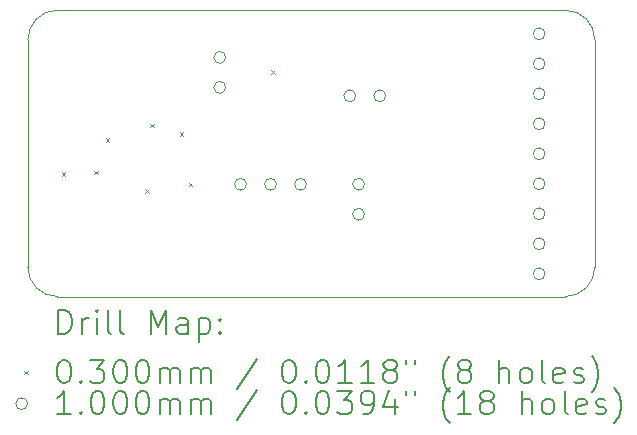
<source format=gbr>
%TF.GenerationSoftware,KiCad,Pcbnew,8.0.3*%
%TF.CreationDate,2024-06-23T18:27:30+02:00*%
%TF.ProjectId,LS018B7DH02_breakout,4c533031-3842-4374-9448-30325f627265,rev?*%
%TF.SameCoordinates,Original*%
%TF.FileFunction,Drillmap*%
%TF.FilePolarity,Positive*%
%FSLAX45Y45*%
G04 Gerber Fmt 4.5, Leading zero omitted, Abs format (unit mm)*
G04 Created by KiCad (PCBNEW 8.0.3) date 2024-06-23 18:27:30*
%MOMM*%
%LPD*%
G01*
G04 APERTURE LIST*
%ADD10C,0.050000*%
%ADD11C,0.200000*%
%ADD12C,0.100000*%
G04 APERTURE END LIST*
D10*
X7400000Y-10550000D02*
G75*
G02*
X7150000Y-10300000I0J250000D01*
G01*
X7400000Y-8125000D02*
X11700000Y-8125000D01*
X11950000Y-8375000D02*
X11950000Y-10300000D01*
X7400000Y-10550000D02*
X11700000Y-10550000D01*
X11700000Y-8125000D02*
G75*
G02*
X11950000Y-8375000I0J-250000D01*
G01*
X11950000Y-10300000D02*
G75*
G02*
X11700000Y-10550000I-250000J0D01*
G01*
X7150000Y-10300000D02*
X7150000Y-8375000D01*
X7150000Y-8375000D02*
G75*
G02*
X7400000Y-8125000I250000J0D01*
G01*
D11*
D12*
X7436963Y-9498654D02*
X7466963Y-9528654D01*
X7466963Y-9498654D02*
X7436963Y-9528654D01*
X7710000Y-9485000D02*
X7740000Y-9515000D01*
X7740000Y-9485000D02*
X7710000Y-9515000D01*
X7810000Y-9210000D02*
X7840000Y-9240000D01*
X7840000Y-9210000D02*
X7810000Y-9240000D01*
X8142720Y-9642721D02*
X8172720Y-9672721D01*
X8172720Y-9642721D02*
X8142720Y-9672721D01*
X8185000Y-9085000D02*
X8215000Y-9115000D01*
X8215000Y-9085000D02*
X8185000Y-9115000D01*
X8435000Y-9160000D02*
X8465000Y-9190000D01*
X8465000Y-9160000D02*
X8435000Y-9190000D01*
X8510000Y-9585000D02*
X8540000Y-9615000D01*
X8540000Y-9585000D02*
X8510000Y-9615000D01*
X9210000Y-8635000D02*
X9240000Y-8665000D01*
X9240000Y-8635000D02*
X9210000Y-8665000D01*
X8825000Y-8525000D02*
G75*
G02*
X8725000Y-8525000I-50000J0D01*
G01*
X8725000Y-8525000D02*
G75*
G02*
X8825000Y-8525000I50000J0D01*
G01*
X8825000Y-8779000D02*
G75*
G02*
X8725000Y-8779000I-50000J0D01*
G01*
X8725000Y-8779000D02*
G75*
G02*
X8825000Y-8779000I50000J0D01*
G01*
X9000000Y-9600000D02*
G75*
G02*
X8900000Y-9600000I-50000J0D01*
G01*
X8900000Y-9600000D02*
G75*
G02*
X9000000Y-9600000I50000J0D01*
G01*
X9254000Y-9600000D02*
G75*
G02*
X9154000Y-9600000I-50000J0D01*
G01*
X9154000Y-9600000D02*
G75*
G02*
X9254000Y-9600000I50000J0D01*
G01*
X9508000Y-9600000D02*
G75*
G02*
X9408000Y-9600000I-50000J0D01*
G01*
X9408000Y-9600000D02*
G75*
G02*
X9508000Y-9600000I50000J0D01*
G01*
X9925000Y-8850000D02*
G75*
G02*
X9825000Y-8850000I-50000J0D01*
G01*
X9825000Y-8850000D02*
G75*
G02*
X9925000Y-8850000I50000J0D01*
G01*
X10000000Y-9598500D02*
G75*
G02*
X9900000Y-9598500I-50000J0D01*
G01*
X9900000Y-9598500D02*
G75*
G02*
X10000000Y-9598500I50000J0D01*
G01*
X10000000Y-9852500D02*
G75*
G02*
X9900000Y-9852500I-50000J0D01*
G01*
X9900000Y-9852500D02*
G75*
G02*
X10000000Y-9852500I50000J0D01*
G01*
X10179000Y-8850000D02*
G75*
G02*
X10079000Y-8850000I-50000J0D01*
G01*
X10079000Y-8850000D02*
G75*
G02*
X10179000Y-8850000I50000J0D01*
G01*
X11528951Y-8324596D02*
G75*
G02*
X11428951Y-8324596I-50000J0D01*
G01*
X11428951Y-8324596D02*
G75*
G02*
X11528951Y-8324596I50000J0D01*
G01*
X11528951Y-8578596D02*
G75*
G02*
X11428951Y-8578596I-50000J0D01*
G01*
X11428951Y-8578596D02*
G75*
G02*
X11528951Y-8578596I50000J0D01*
G01*
X11528951Y-8832596D02*
G75*
G02*
X11428951Y-8832596I-50000J0D01*
G01*
X11428951Y-8832596D02*
G75*
G02*
X11528951Y-8832596I50000J0D01*
G01*
X11528951Y-9086596D02*
G75*
G02*
X11428951Y-9086596I-50000J0D01*
G01*
X11428951Y-9086596D02*
G75*
G02*
X11528951Y-9086596I50000J0D01*
G01*
X11528951Y-9340596D02*
G75*
G02*
X11428951Y-9340596I-50000J0D01*
G01*
X11428951Y-9340596D02*
G75*
G02*
X11528951Y-9340596I50000J0D01*
G01*
X11528951Y-9594596D02*
G75*
G02*
X11428951Y-9594596I-50000J0D01*
G01*
X11428951Y-9594596D02*
G75*
G02*
X11528951Y-9594596I50000J0D01*
G01*
X11528951Y-9848596D02*
G75*
G02*
X11428951Y-9848596I-50000J0D01*
G01*
X11428951Y-9848596D02*
G75*
G02*
X11528951Y-9848596I50000J0D01*
G01*
X11528951Y-10102596D02*
G75*
G02*
X11428951Y-10102596I-50000J0D01*
G01*
X11428951Y-10102596D02*
G75*
G02*
X11528951Y-10102596I50000J0D01*
G01*
X11528951Y-10356596D02*
G75*
G02*
X11428951Y-10356596I-50000J0D01*
G01*
X11428951Y-10356596D02*
G75*
G02*
X11528951Y-10356596I50000J0D01*
G01*
D11*
X7408277Y-10863984D02*
X7408277Y-10663984D01*
X7408277Y-10663984D02*
X7455896Y-10663984D01*
X7455896Y-10663984D02*
X7484467Y-10673508D01*
X7484467Y-10673508D02*
X7503515Y-10692555D01*
X7503515Y-10692555D02*
X7513039Y-10711603D01*
X7513039Y-10711603D02*
X7522562Y-10749698D01*
X7522562Y-10749698D02*
X7522562Y-10778270D01*
X7522562Y-10778270D02*
X7513039Y-10816365D01*
X7513039Y-10816365D02*
X7503515Y-10835412D01*
X7503515Y-10835412D02*
X7484467Y-10854460D01*
X7484467Y-10854460D02*
X7455896Y-10863984D01*
X7455896Y-10863984D02*
X7408277Y-10863984D01*
X7608277Y-10863984D02*
X7608277Y-10730650D01*
X7608277Y-10768746D02*
X7617801Y-10749698D01*
X7617801Y-10749698D02*
X7627324Y-10740174D01*
X7627324Y-10740174D02*
X7646372Y-10730650D01*
X7646372Y-10730650D02*
X7665420Y-10730650D01*
X7732086Y-10863984D02*
X7732086Y-10730650D01*
X7732086Y-10663984D02*
X7722562Y-10673508D01*
X7722562Y-10673508D02*
X7732086Y-10683031D01*
X7732086Y-10683031D02*
X7741610Y-10673508D01*
X7741610Y-10673508D02*
X7732086Y-10663984D01*
X7732086Y-10663984D02*
X7732086Y-10683031D01*
X7855896Y-10863984D02*
X7836848Y-10854460D01*
X7836848Y-10854460D02*
X7827324Y-10835412D01*
X7827324Y-10835412D02*
X7827324Y-10663984D01*
X7960658Y-10863984D02*
X7941610Y-10854460D01*
X7941610Y-10854460D02*
X7932086Y-10835412D01*
X7932086Y-10835412D02*
X7932086Y-10663984D01*
X8189229Y-10863984D02*
X8189229Y-10663984D01*
X8189229Y-10663984D02*
X8255896Y-10806841D01*
X8255896Y-10806841D02*
X8322562Y-10663984D01*
X8322562Y-10663984D02*
X8322562Y-10863984D01*
X8503515Y-10863984D02*
X8503515Y-10759222D01*
X8503515Y-10759222D02*
X8493991Y-10740174D01*
X8493991Y-10740174D02*
X8474944Y-10730650D01*
X8474944Y-10730650D02*
X8436848Y-10730650D01*
X8436848Y-10730650D02*
X8417801Y-10740174D01*
X8503515Y-10854460D02*
X8484467Y-10863984D01*
X8484467Y-10863984D02*
X8436848Y-10863984D01*
X8436848Y-10863984D02*
X8417801Y-10854460D01*
X8417801Y-10854460D02*
X8408277Y-10835412D01*
X8408277Y-10835412D02*
X8408277Y-10816365D01*
X8408277Y-10816365D02*
X8417801Y-10797317D01*
X8417801Y-10797317D02*
X8436848Y-10787793D01*
X8436848Y-10787793D02*
X8484467Y-10787793D01*
X8484467Y-10787793D02*
X8503515Y-10778270D01*
X8598753Y-10730650D02*
X8598753Y-10930650D01*
X8598753Y-10740174D02*
X8617801Y-10730650D01*
X8617801Y-10730650D02*
X8655896Y-10730650D01*
X8655896Y-10730650D02*
X8674944Y-10740174D01*
X8674944Y-10740174D02*
X8684467Y-10749698D01*
X8684467Y-10749698D02*
X8693991Y-10768746D01*
X8693991Y-10768746D02*
X8693991Y-10825889D01*
X8693991Y-10825889D02*
X8684467Y-10844936D01*
X8684467Y-10844936D02*
X8674944Y-10854460D01*
X8674944Y-10854460D02*
X8655896Y-10863984D01*
X8655896Y-10863984D02*
X8617801Y-10863984D01*
X8617801Y-10863984D02*
X8598753Y-10854460D01*
X8779705Y-10844936D02*
X8789229Y-10854460D01*
X8789229Y-10854460D02*
X8779705Y-10863984D01*
X8779705Y-10863984D02*
X8770182Y-10854460D01*
X8770182Y-10854460D02*
X8779705Y-10844936D01*
X8779705Y-10844936D02*
X8779705Y-10863984D01*
X8779705Y-10740174D02*
X8789229Y-10749698D01*
X8789229Y-10749698D02*
X8779705Y-10759222D01*
X8779705Y-10759222D02*
X8770182Y-10749698D01*
X8770182Y-10749698D02*
X8779705Y-10740174D01*
X8779705Y-10740174D02*
X8779705Y-10759222D01*
D12*
X7117500Y-11177500D02*
X7147500Y-11207500D01*
X7147500Y-11177500D02*
X7117500Y-11207500D01*
D11*
X7446372Y-11083984D02*
X7465420Y-11083984D01*
X7465420Y-11083984D02*
X7484467Y-11093508D01*
X7484467Y-11093508D02*
X7493991Y-11103031D01*
X7493991Y-11103031D02*
X7503515Y-11122079D01*
X7503515Y-11122079D02*
X7513039Y-11160174D01*
X7513039Y-11160174D02*
X7513039Y-11207793D01*
X7513039Y-11207793D02*
X7503515Y-11245888D01*
X7503515Y-11245888D02*
X7493991Y-11264936D01*
X7493991Y-11264936D02*
X7484467Y-11274460D01*
X7484467Y-11274460D02*
X7465420Y-11283984D01*
X7465420Y-11283984D02*
X7446372Y-11283984D01*
X7446372Y-11283984D02*
X7427324Y-11274460D01*
X7427324Y-11274460D02*
X7417801Y-11264936D01*
X7417801Y-11264936D02*
X7408277Y-11245888D01*
X7408277Y-11245888D02*
X7398753Y-11207793D01*
X7398753Y-11207793D02*
X7398753Y-11160174D01*
X7398753Y-11160174D02*
X7408277Y-11122079D01*
X7408277Y-11122079D02*
X7417801Y-11103031D01*
X7417801Y-11103031D02*
X7427324Y-11093508D01*
X7427324Y-11093508D02*
X7446372Y-11083984D01*
X7598753Y-11264936D02*
X7608277Y-11274460D01*
X7608277Y-11274460D02*
X7598753Y-11283984D01*
X7598753Y-11283984D02*
X7589229Y-11274460D01*
X7589229Y-11274460D02*
X7598753Y-11264936D01*
X7598753Y-11264936D02*
X7598753Y-11283984D01*
X7674943Y-11083984D02*
X7798753Y-11083984D01*
X7798753Y-11083984D02*
X7732086Y-11160174D01*
X7732086Y-11160174D02*
X7760658Y-11160174D01*
X7760658Y-11160174D02*
X7779705Y-11169698D01*
X7779705Y-11169698D02*
X7789229Y-11179222D01*
X7789229Y-11179222D02*
X7798753Y-11198269D01*
X7798753Y-11198269D02*
X7798753Y-11245888D01*
X7798753Y-11245888D02*
X7789229Y-11264936D01*
X7789229Y-11264936D02*
X7779705Y-11274460D01*
X7779705Y-11274460D02*
X7760658Y-11283984D01*
X7760658Y-11283984D02*
X7703515Y-11283984D01*
X7703515Y-11283984D02*
X7684467Y-11274460D01*
X7684467Y-11274460D02*
X7674943Y-11264936D01*
X7922562Y-11083984D02*
X7941610Y-11083984D01*
X7941610Y-11083984D02*
X7960658Y-11093508D01*
X7960658Y-11093508D02*
X7970182Y-11103031D01*
X7970182Y-11103031D02*
X7979705Y-11122079D01*
X7979705Y-11122079D02*
X7989229Y-11160174D01*
X7989229Y-11160174D02*
X7989229Y-11207793D01*
X7989229Y-11207793D02*
X7979705Y-11245888D01*
X7979705Y-11245888D02*
X7970182Y-11264936D01*
X7970182Y-11264936D02*
X7960658Y-11274460D01*
X7960658Y-11274460D02*
X7941610Y-11283984D01*
X7941610Y-11283984D02*
X7922562Y-11283984D01*
X7922562Y-11283984D02*
X7903515Y-11274460D01*
X7903515Y-11274460D02*
X7893991Y-11264936D01*
X7893991Y-11264936D02*
X7884467Y-11245888D01*
X7884467Y-11245888D02*
X7874943Y-11207793D01*
X7874943Y-11207793D02*
X7874943Y-11160174D01*
X7874943Y-11160174D02*
X7884467Y-11122079D01*
X7884467Y-11122079D02*
X7893991Y-11103031D01*
X7893991Y-11103031D02*
X7903515Y-11093508D01*
X7903515Y-11093508D02*
X7922562Y-11083984D01*
X8113039Y-11083984D02*
X8132086Y-11083984D01*
X8132086Y-11083984D02*
X8151134Y-11093508D01*
X8151134Y-11093508D02*
X8160658Y-11103031D01*
X8160658Y-11103031D02*
X8170182Y-11122079D01*
X8170182Y-11122079D02*
X8179705Y-11160174D01*
X8179705Y-11160174D02*
X8179705Y-11207793D01*
X8179705Y-11207793D02*
X8170182Y-11245888D01*
X8170182Y-11245888D02*
X8160658Y-11264936D01*
X8160658Y-11264936D02*
X8151134Y-11274460D01*
X8151134Y-11274460D02*
X8132086Y-11283984D01*
X8132086Y-11283984D02*
X8113039Y-11283984D01*
X8113039Y-11283984D02*
X8093991Y-11274460D01*
X8093991Y-11274460D02*
X8084467Y-11264936D01*
X8084467Y-11264936D02*
X8074943Y-11245888D01*
X8074943Y-11245888D02*
X8065420Y-11207793D01*
X8065420Y-11207793D02*
X8065420Y-11160174D01*
X8065420Y-11160174D02*
X8074943Y-11122079D01*
X8074943Y-11122079D02*
X8084467Y-11103031D01*
X8084467Y-11103031D02*
X8093991Y-11093508D01*
X8093991Y-11093508D02*
X8113039Y-11083984D01*
X8265420Y-11283984D02*
X8265420Y-11150650D01*
X8265420Y-11169698D02*
X8274943Y-11160174D01*
X8274943Y-11160174D02*
X8293991Y-11150650D01*
X8293991Y-11150650D02*
X8322563Y-11150650D01*
X8322563Y-11150650D02*
X8341610Y-11160174D01*
X8341610Y-11160174D02*
X8351134Y-11179222D01*
X8351134Y-11179222D02*
X8351134Y-11283984D01*
X8351134Y-11179222D02*
X8360658Y-11160174D01*
X8360658Y-11160174D02*
X8379705Y-11150650D01*
X8379705Y-11150650D02*
X8408277Y-11150650D01*
X8408277Y-11150650D02*
X8427325Y-11160174D01*
X8427325Y-11160174D02*
X8436848Y-11179222D01*
X8436848Y-11179222D02*
X8436848Y-11283984D01*
X8532086Y-11283984D02*
X8532086Y-11150650D01*
X8532086Y-11169698D02*
X8541610Y-11160174D01*
X8541610Y-11160174D02*
X8560658Y-11150650D01*
X8560658Y-11150650D02*
X8589229Y-11150650D01*
X8589229Y-11150650D02*
X8608277Y-11160174D01*
X8608277Y-11160174D02*
X8617801Y-11179222D01*
X8617801Y-11179222D02*
X8617801Y-11283984D01*
X8617801Y-11179222D02*
X8627325Y-11160174D01*
X8627325Y-11160174D02*
X8646372Y-11150650D01*
X8646372Y-11150650D02*
X8674944Y-11150650D01*
X8674944Y-11150650D02*
X8693991Y-11160174D01*
X8693991Y-11160174D02*
X8703515Y-11179222D01*
X8703515Y-11179222D02*
X8703515Y-11283984D01*
X9093991Y-11074460D02*
X8922563Y-11331603D01*
X9351134Y-11083984D02*
X9370182Y-11083984D01*
X9370182Y-11083984D02*
X9389229Y-11093508D01*
X9389229Y-11093508D02*
X9398753Y-11103031D01*
X9398753Y-11103031D02*
X9408277Y-11122079D01*
X9408277Y-11122079D02*
X9417801Y-11160174D01*
X9417801Y-11160174D02*
X9417801Y-11207793D01*
X9417801Y-11207793D02*
X9408277Y-11245888D01*
X9408277Y-11245888D02*
X9398753Y-11264936D01*
X9398753Y-11264936D02*
X9389229Y-11274460D01*
X9389229Y-11274460D02*
X9370182Y-11283984D01*
X9370182Y-11283984D02*
X9351134Y-11283984D01*
X9351134Y-11283984D02*
X9332087Y-11274460D01*
X9332087Y-11274460D02*
X9322563Y-11264936D01*
X9322563Y-11264936D02*
X9313039Y-11245888D01*
X9313039Y-11245888D02*
X9303515Y-11207793D01*
X9303515Y-11207793D02*
X9303515Y-11160174D01*
X9303515Y-11160174D02*
X9313039Y-11122079D01*
X9313039Y-11122079D02*
X9322563Y-11103031D01*
X9322563Y-11103031D02*
X9332087Y-11093508D01*
X9332087Y-11093508D02*
X9351134Y-11083984D01*
X9503515Y-11264936D02*
X9513039Y-11274460D01*
X9513039Y-11274460D02*
X9503515Y-11283984D01*
X9503515Y-11283984D02*
X9493991Y-11274460D01*
X9493991Y-11274460D02*
X9503515Y-11264936D01*
X9503515Y-11264936D02*
X9503515Y-11283984D01*
X9636848Y-11083984D02*
X9655896Y-11083984D01*
X9655896Y-11083984D02*
X9674944Y-11093508D01*
X9674944Y-11093508D02*
X9684468Y-11103031D01*
X9684468Y-11103031D02*
X9693991Y-11122079D01*
X9693991Y-11122079D02*
X9703515Y-11160174D01*
X9703515Y-11160174D02*
X9703515Y-11207793D01*
X9703515Y-11207793D02*
X9693991Y-11245888D01*
X9693991Y-11245888D02*
X9684468Y-11264936D01*
X9684468Y-11264936D02*
X9674944Y-11274460D01*
X9674944Y-11274460D02*
X9655896Y-11283984D01*
X9655896Y-11283984D02*
X9636848Y-11283984D01*
X9636848Y-11283984D02*
X9617801Y-11274460D01*
X9617801Y-11274460D02*
X9608277Y-11264936D01*
X9608277Y-11264936D02*
X9598753Y-11245888D01*
X9598753Y-11245888D02*
X9589229Y-11207793D01*
X9589229Y-11207793D02*
X9589229Y-11160174D01*
X9589229Y-11160174D02*
X9598753Y-11122079D01*
X9598753Y-11122079D02*
X9608277Y-11103031D01*
X9608277Y-11103031D02*
X9617801Y-11093508D01*
X9617801Y-11093508D02*
X9636848Y-11083984D01*
X9893991Y-11283984D02*
X9779706Y-11283984D01*
X9836848Y-11283984D02*
X9836848Y-11083984D01*
X9836848Y-11083984D02*
X9817801Y-11112555D01*
X9817801Y-11112555D02*
X9798753Y-11131603D01*
X9798753Y-11131603D02*
X9779706Y-11141127D01*
X10084468Y-11283984D02*
X9970182Y-11283984D01*
X10027325Y-11283984D02*
X10027325Y-11083984D01*
X10027325Y-11083984D02*
X10008277Y-11112555D01*
X10008277Y-11112555D02*
X9989229Y-11131603D01*
X9989229Y-11131603D02*
X9970182Y-11141127D01*
X10198753Y-11169698D02*
X10179706Y-11160174D01*
X10179706Y-11160174D02*
X10170182Y-11150650D01*
X10170182Y-11150650D02*
X10160658Y-11131603D01*
X10160658Y-11131603D02*
X10160658Y-11122079D01*
X10160658Y-11122079D02*
X10170182Y-11103031D01*
X10170182Y-11103031D02*
X10179706Y-11093508D01*
X10179706Y-11093508D02*
X10198753Y-11083984D01*
X10198753Y-11083984D02*
X10236849Y-11083984D01*
X10236849Y-11083984D02*
X10255896Y-11093508D01*
X10255896Y-11093508D02*
X10265420Y-11103031D01*
X10265420Y-11103031D02*
X10274944Y-11122079D01*
X10274944Y-11122079D02*
X10274944Y-11131603D01*
X10274944Y-11131603D02*
X10265420Y-11150650D01*
X10265420Y-11150650D02*
X10255896Y-11160174D01*
X10255896Y-11160174D02*
X10236849Y-11169698D01*
X10236849Y-11169698D02*
X10198753Y-11169698D01*
X10198753Y-11169698D02*
X10179706Y-11179222D01*
X10179706Y-11179222D02*
X10170182Y-11188746D01*
X10170182Y-11188746D02*
X10160658Y-11207793D01*
X10160658Y-11207793D02*
X10160658Y-11245888D01*
X10160658Y-11245888D02*
X10170182Y-11264936D01*
X10170182Y-11264936D02*
X10179706Y-11274460D01*
X10179706Y-11274460D02*
X10198753Y-11283984D01*
X10198753Y-11283984D02*
X10236849Y-11283984D01*
X10236849Y-11283984D02*
X10255896Y-11274460D01*
X10255896Y-11274460D02*
X10265420Y-11264936D01*
X10265420Y-11264936D02*
X10274944Y-11245888D01*
X10274944Y-11245888D02*
X10274944Y-11207793D01*
X10274944Y-11207793D02*
X10265420Y-11188746D01*
X10265420Y-11188746D02*
X10255896Y-11179222D01*
X10255896Y-11179222D02*
X10236849Y-11169698D01*
X10351134Y-11083984D02*
X10351134Y-11122079D01*
X10427325Y-11083984D02*
X10427325Y-11122079D01*
X10722563Y-11360174D02*
X10713039Y-11350650D01*
X10713039Y-11350650D02*
X10693991Y-11322079D01*
X10693991Y-11322079D02*
X10684468Y-11303031D01*
X10684468Y-11303031D02*
X10674944Y-11274460D01*
X10674944Y-11274460D02*
X10665420Y-11226841D01*
X10665420Y-11226841D02*
X10665420Y-11188746D01*
X10665420Y-11188746D02*
X10674944Y-11141127D01*
X10674944Y-11141127D02*
X10684468Y-11112555D01*
X10684468Y-11112555D02*
X10693991Y-11093508D01*
X10693991Y-11093508D02*
X10713039Y-11064936D01*
X10713039Y-11064936D02*
X10722563Y-11055412D01*
X10827325Y-11169698D02*
X10808277Y-11160174D01*
X10808277Y-11160174D02*
X10798753Y-11150650D01*
X10798753Y-11150650D02*
X10789230Y-11131603D01*
X10789230Y-11131603D02*
X10789230Y-11122079D01*
X10789230Y-11122079D02*
X10798753Y-11103031D01*
X10798753Y-11103031D02*
X10808277Y-11093508D01*
X10808277Y-11093508D02*
X10827325Y-11083984D01*
X10827325Y-11083984D02*
X10865420Y-11083984D01*
X10865420Y-11083984D02*
X10884468Y-11093508D01*
X10884468Y-11093508D02*
X10893991Y-11103031D01*
X10893991Y-11103031D02*
X10903515Y-11122079D01*
X10903515Y-11122079D02*
X10903515Y-11131603D01*
X10903515Y-11131603D02*
X10893991Y-11150650D01*
X10893991Y-11150650D02*
X10884468Y-11160174D01*
X10884468Y-11160174D02*
X10865420Y-11169698D01*
X10865420Y-11169698D02*
X10827325Y-11169698D01*
X10827325Y-11169698D02*
X10808277Y-11179222D01*
X10808277Y-11179222D02*
X10798753Y-11188746D01*
X10798753Y-11188746D02*
X10789230Y-11207793D01*
X10789230Y-11207793D02*
X10789230Y-11245888D01*
X10789230Y-11245888D02*
X10798753Y-11264936D01*
X10798753Y-11264936D02*
X10808277Y-11274460D01*
X10808277Y-11274460D02*
X10827325Y-11283984D01*
X10827325Y-11283984D02*
X10865420Y-11283984D01*
X10865420Y-11283984D02*
X10884468Y-11274460D01*
X10884468Y-11274460D02*
X10893991Y-11264936D01*
X10893991Y-11264936D02*
X10903515Y-11245888D01*
X10903515Y-11245888D02*
X10903515Y-11207793D01*
X10903515Y-11207793D02*
X10893991Y-11188746D01*
X10893991Y-11188746D02*
X10884468Y-11179222D01*
X10884468Y-11179222D02*
X10865420Y-11169698D01*
X11141611Y-11283984D02*
X11141611Y-11083984D01*
X11227325Y-11283984D02*
X11227325Y-11179222D01*
X11227325Y-11179222D02*
X11217801Y-11160174D01*
X11217801Y-11160174D02*
X11198753Y-11150650D01*
X11198753Y-11150650D02*
X11170182Y-11150650D01*
X11170182Y-11150650D02*
X11151134Y-11160174D01*
X11151134Y-11160174D02*
X11141611Y-11169698D01*
X11351134Y-11283984D02*
X11332087Y-11274460D01*
X11332087Y-11274460D02*
X11322563Y-11264936D01*
X11322563Y-11264936D02*
X11313039Y-11245888D01*
X11313039Y-11245888D02*
X11313039Y-11188746D01*
X11313039Y-11188746D02*
X11322563Y-11169698D01*
X11322563Y-11169698D02*
X11332087Y-11160174D01*
X11332087Y-11160174D02*
X11351134Y-11150650D01*
X11351134Y-11150650D02*
X11379706Y-11150650D01*
X11379706Y-11150650D02*
X11398753Y-11160174D01*
X11398753Y-11160174D02*
X11408277Y-11169698D01*
X11408277Y-11169698D02*
X11417801Y-11188746D01*
X11417801Y-11188746D02*
X11417801Y-11245888D01*
X11417801Y-11245888D02*
X11408277Y-11264936D01*
X11408277Y-11264936D02*
X11398753Y-11274460D01*
X11398753Y-11274460D02*
X11379706Y-11283984D01*
X11379706Y-11283984D02*
X11351134Y-11283984D01*
X11532087Y-11283984D02*
X11513039Y-11274460D01*
X11513039Y-11274460D02*
X11503515Y-11255412D01*
X11503515Y-11255412D02*
X11503515Y-11083984D01*
X11684468Y-11274460D02*
X11665420Y-11283984D01*
X11665420Y-11283984D02*
X11627325Y-11283984D01*
X11627325Y-11283984D02*
X11608277Y-11274460D01*
X11608277Y-11274460D02*
X11598753Y-11255412D01*
X11598753Y-11255412D02*
X11598753Y-11179222D01*
X11598753Y-11179222D02*
X11608277Y-11160174D01*
X11608277Y-11160174D02*
X11627325Y-11150650D01*
X11627325Y-11150650D02*
X11665420Y-11150650D01*
X11665420Y-11150650D02*
X11684468Y-11160174D01*
X11684468Y-11160174D02*
X11693991Y-11179222D01*
X11693991Y-11179222D02*
X11693991Y-11198269D01*
X11693991Y-11198269D02*
X11598753Y-11217317D01*
X11770182Y-11274460D02*
X11789230Y-11283984D01*
X11789230Y-11283984D02*
X11827325Y-11283984D01*
X11827325Y-11283984D02*
X11846372Y-11274460D01*
X11846372Y-11274460D02*
X11855896Y-11255412D01*
X11855896Y-11255412D02*
X11855896Y-11245888D01*
X11855896Y-11245888D02*
X11846372Y-11226841D01*
X11846372Y-11226841D02*
X11827325Y-11217317D01*
X11827325Y-11217317D02*
X11798753Y-11217317D01*
X11798753Y-11217317D02*
X11779706Y-11207793D01*
X11779706Y-11207793D02*
X11770182Y-11188746D01*
X11770182Y-11188746D02*
X11770182Y-11179222D01*
X11770182Y-11179222D02*
X11779706Y-11160174D01*
X11779706Y-11160174D02*
X11798753Y-11150650D01*
X11798753Y-11150650D02*
X11827325Y-11150650D01*
X11827325Y-11150650D02*
X11846372Y-11160174D01*
X11922563Y-11360174D02*
X11932087Y-11350650D01*
X11932087Y-11350650D02*
X11951134Y-11322079D01*
X11951134Y-11322079D02*
X11960658Y-11303031D01*
X11960658Y-11303031D02*
X11970182Y-11274460D01*
X11970182Y-11274460D02*
X11979706Y-11226841D01*
X11979706Y-11226841D02*
X11979706Y-11188746D01*
X11979706Y-11188746D02*
X11970182Y-11141127D01*
X11970182Y-11141127D02*
X11960658Y-11112555D01*
X11960658Y-11112555D02*
X11951134Y-11093508D01*
X11951134Y-11093508D02*
X11932087Y-11064936D01*
X11932087Y-11064936D02*
X11922563Y-11055412D01*
D12*
X7147500Y-11456500D02*
G75*
G02*
X7047500Y-11456500I-50000J0D01*
G01*
X7047500Y-11456500D02*
G75*
G02*
X7147500Y-11456500I50000J0D01*
G01*
D11*
X7513039Y-11547984D02*
X7398753Y-11547984D01*
X7455896Y-11547984D02*
X7455896Y-11347984D01*
X7455896Y-11347984D02*
X7436848Y-11376555D01*
X7436848Y-11376555D02*
X7417801Y-11395603D01*
X7417801Y-11395603D02*
X7398753Y-11405127D01*
X7598753Y-11528936D02*
X7608277Y-11538460D01*
X7608277Y-11538460D02*
X7598753Y-11547984D01*
X7598753Y-11547984D02*
X7589229Y-11538460D01*
X7589229Y-11538460D02*
X7598753Y-11528936D01*
X7598753Y-11528936D02*
X7598753Y-11547984D01*
X7732086Y-11347984D02*
X7751134Y-11347984D01*
X7751134Y-11347984D02*
X7770182Y-11357508D01*
X7770182Y-11357508D02*
X7779705Y-11367031D01*
X7779705Y-11367031D02*
X7789229Y-11386079D01*
X7789229Y-11386079D02*
X7798753Y-11424174D01*
X7798753Y-11424174D02*
X7798753Y-11471793D01*
X7798753Y-11471793D02*
X7789229Y-11509888D01*
X7789229Y-11509888D02*
X7779705Y-11528936D01*
X7779705Y-11528936D02*
X7770182Y-11538460D01*
X7770182Y-11538460D02*
X7751134Y-11547984D01*
X7751134Y-11547984D02*
X7732086Y-11547984D01*
X7732086Y-11547984D02*
X7713039Y-11538460D01*
X7713039Y-11538460D02*
X7703515Y-11528936D01*
X7703515Y-11528936D02*
X7693991Y-11509888D01*
X7693991Y-11509888D02*
X7684467Y-11471793D01*
X7684467Y-11471793D02*
X7684467Y-11424174D01*
X7684467Y-11424174D02*
X7693991Y-11386079D01*
X7693991Y-11386079D02*
X7703515Y-11367031D01*
X7703515Y-11367031D02*
X7713039Y-11357508D01*
X7713039Y-11357508D02*
X7732086Y-11347984D01*
X7922562Y-11347984D02*
X7941610Y-11347984D01*
X7941610Y-11347984D02*
X7960658Y-11357508D01*
X7960658Y-11357508D02*
X7970182Y-11367031D01*
X7970182Y-11367031D02*
X7979705Y-11386079D01*
X7979705Y-11386079D02*
X7989229Y-11424174D01*
X7989229Y-11424174D02*
X7989229Y-11471793D01*
X7989229Y-11471793D02*
X7979705Y-11509888D01*
X7979705Y-11509888D02*
X7970182Y-11528936D01*
X7970182Y-11528936D02*
X7960658Y-11538460D01*
X7960658Y-11538460D02*
X7941610Y-11547984D01*
X7941610Y-11547984D02*
X7922562Y-11547984D01*
X7922562Y-11547984D02*
X7903515Y-11538460D01*
X7903515Y-11538460D02*
X7893991Y-11528936D01*
X7893991Y-11528936D02*
X7884467Y-11509888D01*
X7884467Y-11509888D02*
X7874943Y-11471793D01*
X7874943Y-11471793D02*
X7874943Y-11424174D01*
X7874943Y-11424174D02*
X7884467Y-11386079D01*
X7884467Y-11386079D02*
X7893991Y-11367031D01*
X7893991Y-11367031D02*
X7903515Y-11357508D01*
X7903515Y-11357508D02*
X7922562Y-11347984D01*
X8113039Y-11347984D02*
X8132086Y-11347984D01*
X8132086Y-11347984D02*
X8151134Y-11357508D01*
X8151134Y-11357508D02*
X8160658Y-11367031D01*
X8160658Y-11367031D02*
X8170182Y-11386079D01*
X8170182Y-11386079D02*
X8179705Y-11424174D01*
X8179705Y-11424174D02*
X8179705Y-11471793D01*
X8179705Y-11471793D02*
X8170182Y-11509888D01*
X8170182Y-11509888D02*
X8160658Y-11528936D01*
X8160658Y-11528936D02*
X8151134Y-11538460D01*
X8151134Y-11538460D02*
X8132086Y-11547984D01*
X8132086Y-11547984D02*
X8113039Y-11547984D01*
X8113039Y-11547984D02*
X8093991Y-11538460D01*
X8093991Y-11538460D02*
X8084467Y-11528936D01*
X8084467Y-11528936D02*
X8074943Y-11509888D01*
X8074943Y-11509888D02*
X8065420Y-11471793D01*
X8065420Y-11471793D02*
X8065420Y-11424174D01*
X8065420Y-11424174D02*
X8074943Y-11386079D01*
X8074943Y-11386079D02*
X8084467Y-11367031D01*
X8084467Y-11367031D02*
X8093991Y-11357508D01*
X8093991Y-11357508D02*
X8113039Y-11347984D01*
X8265420Y-11547984D02*
X8265420Y-11414650D01*
X8265420Y-11433698D02*
X8274943Y-11424174D01*
X8274943Y-11424174D02*
X8293991Y-11414650D01*
X8293991Y-11414650D02*
X8322563Y-11414650D01*
X8322563Y-11414650D02*
X8341610Y-11424174D01*
X8341610Y-11424174D02*
X8351134Y-11443222D01*
X8351134Y-11443222D02*
X8351134Y-11547984D01*
X8351134Y-11443222D02*
X8360658Y-11424174D01*
X8360658Y-11424174D02*
X8379705Y-11414650D01*
X8379705Y-11414650D02*
X8408277Y-11414650D01*
X8408277Y-11414650D02*
X8427325Y-11424174D01*
X8427325Y-11424174D02*
X8436848Y-11443222D01*
X8436848Y-11443222D02*
X8436848Y-11547984D01*
X8532086Y-11547984D02*
X8532086Y-11414650D01*
X8532086Y-11433698D02*
X8541610Y-11424174D01*
X8541610Y-11424174D02*
X8560658Y-11414650D01*
X8560658Y-11414650D02*
X8589229Y-11414650D01*
X8589229Y-11414650D02*
X8608277Y-11424174D01*
X8608277Y-11424174D02*
X8617801Y-11443222D01*
X8617801Y-11443222D02*
X8617801Y-11547984D01*
X8617801Y-11443222D02*
X8627325Y-11424174D01*
X8627325Y-11424174D02*
X8646372Y-11414650D01*
X8646372Y-11414650D02*
X8674944Y-11414650D01*
X8674944Y-11414650D02*
X8693991Y-11424174D01*
X8693991Y-11424174D02*
X8703515Y-11443222D01*
X8703515Y-11443222D02*
X8703515Y-11547984D01*
X9093991Y-11338460D02*
X8922563Y-11595603D01*
X9351134Y-11347984D02*
X9370182Y-11347984D01*
X9370182Y-11347984D02*
X9389229Y-11357508D01*
X9389229Y-11357508D02*
X9398753Y-11367031D01*
X9398753Y-11367031D02*
X9408277Y-11386079D01*
X9408277Y-11386079D02*
X9417801Y-11424174D01*
X9417801Y-11424174D02*
X9417801Y-11471793D01*
X9417801Y-11471793D02*
X9408277Y-11509888D01*
X9408277Y-11509888D02*
X9398753Y-11528936D01*
X9398753Y-11528936D02*
X9389229Y-11538460D01*
X9389229Y-11538460D02*
X9370182Y-11547984D01*
X9370182Y-11547984D02*
X9351134Y-11547984D01*
X9351134Y-11547984D02*
X9332087Y-11538460D01*
X9332087Y-11538460D02*
X9322563Y-11528936D01*
X9322563Y-11528936D02*
X9313039Y-11509888D01*
X9313039Y-11509888D02*
X9303515Y-11471793D01*
X9303515Y-11471793D02*
X9303515Y-11424174D01*
X9303515Y-11424174D02*
X9313039Y-11386079D01*
X9313039Y-11386079D02*
X9322563Y-11367031D01*
X9322563Y-11367031D02*
X9332087Y-11357508D01*
X9332087Y-11357508D02*
X9351134Y-11347984D01*
X9503515Y-11528936D02*
X9513039Y-11538460D01*
X9513039Y-11538460D02*
X9503515Y-11547984D01*
X9503515Y-11547984D02*
X9493991Y-11538460D01*
X9493991Y-11538460D02*
X9503515Y-11528936D01*
X9503515Y-11528936D02*
X9503515Y-11547984D01*
X9636848Y-11347984D02*
X9655896Y-11347984D01*
X9655896Y-11347984D02*
X9674944Y-11357508D01*
X9674944Y-11357508D02*
X9684468Y-11367031D01*
X9684468Y-11367031D02*
X9693991Y-11386079D01*
X9693991Y-11386079D02*
X9703515Y-11424174D01*
X9703515Y-11424174D02*
X9703515Y-11471793D01*
X9703515Y-11471793D02*
X9693991Y-11509888D01*
X9693991Y-11509888D02*
X9684468Y-11528936D01*
X9684468Y-11528936D02*
X9674944Y-11538460D01*
X9674944Y-11538460D02*
X9655896Y-11547984D01*
X9655896Y-11547984D02*
X9636848Y-11547984D01*
X9636848Y-11547984D02*
X9617801Y-11538460D01*
X9617801Y-11538460D02*
X9608277Y-11528936D01*
X9608277Y-11528936D02*
X9598753Y-11509888D01*
X9598753Y-11509888D02*
X9589229Y-11471793D01*
X9589229Y-11471793D02*
X9589229Y-11424174D01*
X9589229Y-11424174D02*
X9598753Y-11386079D01*
X9598753Y-11386079D02*
X9608277Y-11367031D01*
X9608277Y-11367031D02*
X9617801Y-11357508D01*
X9617801Y-11357508D02*
X9636848Y-11347984D01*
X9770182Y-11347984D02*
X9893991Y-11347984D01*
X9893991Y-11347984D02*
X9827325Y-11424174D01*
X9827325Y-11424174D02*
X9855896Y-11424174D01*
X9855896Y-11424174D02*
X9874944Y-11433698D01*
X9874944Y-11433698D02*
X9884468Y-11443222D01*
X9884468Y-11443222D02*
X9893991Y-11462269D01*
X9893991Y-11462269D02*
X9893991Y-11509888D01*
X9893991Y-11509888D02*
X9884468Y-11528936D01*
X9884468Y-11528936D02*
X9874944Y-11538460D01*
X9874944Y-11538460D02*
X9855896Y-11547984D01*
X9855896Y-11547984D02*
X9798753Y-11547984D01*
X9798753Y-11547984D02*
X9779706Y-11538460D01*
X9779706Y-11538460D02*
X9770182Y-11528936D01*
X9989229Y-11547984D02*
X10027325Y-11547984D01*
X10027325Y-11547984D02*
X10046372Y-11538460D01*
X10046372Y-11538460D02*
X10055896Y-11528936D01*
X10055896Y-11528936D02*
X10074944Y-11500365D01*
X10074944Y-11500365D02*
X10084468Y-11462269D01*
X10084468Y-11462269D02*
X10084468Y-11386079D01*
X10084468Y-11386079D02*
X10074944Y-11367031D01*
X10074944Y-11367031D02*
X10065420Y-11357508D01*
X10065420Y-11357508D02*
X10046372Y-11347984D01*
X10046372Y-11347984D02*
X10008277Y-11347984D01*
X10008277Y-11347984D02*
X9989229Y-11357508D01*
X9989229Y-11357508D02*
X9979706Y-11367031D01*
X9979706Y-11367031D02*
X9970182Y-11386079D01*
X9970182Y-11386079D02*
X9970182Y-11433698D01*
X9970182Y-11433698D02*
X9979706Y-11452746D01*
X9979706Y-11452746D02*
X9989229Y-11462269D01*
X9989229Y-11462269D02*
X10008277Y-11471793D01*
X10008277Y-11471793D02*
X10046372Y-11471793D01*
X10046372Y-11471793D02*
X10065420Y-11462269D01*
X10065420Y-11462269D02*
X10074944Y-11452746D01*
X10074944Y-11452746D02*
X10084468Y-11433698D01*
X10255896Y-11414650D02*
X10255896Y-11547984D01*
X10208277Y-11338460D02*
X10160658Y-11481317D01*
X10160658Y-11481317D02*
X10284468Y-11481317D01*
X10351134Y-11347984D02*
X10351134Y-11386079D01*
X10427325Y-11347984D02*
X10427325Y-11386079D01*
X10722563Y-11624174D02*
X10713039Y-11614650D01*
X10713039Y-11614650D02*
X10693991Y-11586079D01*
X10693991Y-11586079D02*
X10684468Y-11567031D01*
X10684468Y-11567031D02*
X10674944Y-11538460D01*
X10674944Y-11538460D02*
X10665420Y-11490841D01*
X10665420Y-11490841D02*
X10665420Y-11452746D01*
X10665420Y-11452746D02*
X10674944Y-11405127D01*
X10674944Y-11405127D02*
X10684468Y-11376555D01*
X10684468Y-11376555D02*
X10693991Y-11357508D01*
X10693991Y-11357508D02*
X10713039Y-11328936D01*
X10713039Y-11328936D02*
X10722563Y-11319412D01*
X10903515Y-11547984D02*
X10789230Y-11547984D01*
X10846372Y-11547984D02*
X10846372Y-11347984D01*
X10846372Y-11347984D02*
X10827325Y-11376555D01*
X10827325Y-11376555D02*
X10808277Y-11395603D01*
X10808277Y-11395603D02*
X10789230Y-11405127D01*
X11017801Y-11433698D02*
X10998753Y-11424174D01*
X10998753Y-11424174D02*
X10989230Y-11414650D01*
X10989230Y-11414650D02*
X10979706Y-11395603D01*
X10979706Y-11395603D02*
X10979706Y-11386079D01*
X10979706Y-11386079D02*
X10989230Y-11367031D01*
X10989230Y-11367031D02*
X10998753Y-11357508D01*
X10998753Y-11357508D02*
X11017801Y-11347984D01*
X11017801Y-11347984D02*
X11055896Y-11347984D01*
X11055896Y-11347984D02*
X11074944Y-11357508D01*
X11074944Y-11357508D02*
X11084468Y-11367031D01*
X11084468Y-11367031D02*
X11093991Y-11386079D01*
X11093991Y-11386079D02*
X11093991Y-11395603D01*
X11093991Y-11395603D02*
X11084468Y-11414650D01*
X11084468Y-11414650D02*
X11074944Y-11424174D01*
X11074944Y-11424174D02*
X11055896Y-11433698D01*
X11055896Y-11433698D02*
X11017801Y-11433698D01*
X11017801Y-11433698D02*
X10998753Y-11443222D01*
X10998753Y-11443222D02*
X10989230Y-11452746D01*
X10989230Y-11452746D02*
X10979706Y-11471793D01*
X10979706Y-11471793D02*
X10979706Y-11509888D01*
X10979706Y-11509888D02*
X10989230Y-11528936D01*
X10989230Y-11528936D02*
X10998753Y-11538460D01*
X10998753Y-11538460D02*
X11017801Y-11547984D01*
X11017801Y-11547984D02*
X11055896Y-11547984D01*
X11055896Y-11547984D02*
X11074944Y-11538460D01*
X11074944Y-11538460D02*
X11084468Y-11528936D01*
X11084468Y-11528936D02*
X11093991Y-11509888D01*
X11093991Y-11509888D02*
X11093991Y-11471793D01*
X11093991Y-11471793D02*
X11084468Y-11452746D01*
X11084468Y-11452746D02*
X11074944Y-11443222D01*
X11074944Y-11443222D02*
X11055896Y-11433698D01*
X11332087Y-11547984D02*
X11332087Y-11347984D01*
X11417801Y-11547984D02*
X11417801Y-11443222D01*
X11417801Y-11443222D02*
X11408277Y-11424174D01*
X11408277Y-11424174D02*
X11389230Y-11414650D01*
X11389230Y-11414650D02*
X11360658Y-11414650D01*
X11360658Y-11414650D02*
X11341610Y-11424174D01*
X11341610Y-11424174D02*
X11332087Y-11433698D01*
X11541610Y-11547984D02*
X11522563Y-11538460D01*
X11522563Y-11538460D02*
X11513039Y-11528936D01*
X11513039Y-11528936D02*
X11503515Y-11509888D01*
X11503515Y-11509888D02*
X11503515Y-11452746D01*
X11503515Y-11452746D02*
X11513039Y-11433698D01*
X11513039Y-11433698D02*
X11522563Y-11424174D01*
X11522563Y-11424174D02*
X11541610Y-11414650D01*
X11541610Y-11414650D02*
X11570182Y-11414650D01*
X11570182Y-11414650D02*
X11589230Y-11424174D01*
X11589230Y-11424174D02*
X11598753Y-11433698D01*
X11598753Y-11433698D02*
X11608277Y-11452746D01*
X11608277Y-11452746D02*
X11608277Y-11509888D01*
X11608277Y-11509888D02*
X11598753Y-11528936D01*
X11598753Y-11528936D02*
X11589230Y-11538460D01*
X11589230Y-11538460D02*
X11570182Y-11547984D01*
X11570182Y-11547984D02*
X11541610Y-11547984D01*
X11722563Y-11547984D02*
X11703515Y-11538460D01*
X11703515Y-11538460D02*
X11693991Y-11519412D01*
X11693991Y-11519412D02*
X11693991Y-11347984D01*
X11874944Y-11538460D02*
X11855896Y-11547984D01*
X11855896Y-11547984D02*
X11817801Y-11547984D01*
X11817801Y-11547984D02*
X11798753Y-11538460D01*
X11798753Y-11538460D02*
X11789230Y-11519412D01*
X11789230Y-11519412D02*
X11789230Y-11443222D01*
X11789230Y-11443222D02*
X11798753Y-11424174D01*
X11798753Y-11424174D02*
X11817801Y-11414650D01*
X11817801Y-11414650D02*
X11855896Y-11414650D01*
X11855896Y-11414650D02*
X11874944Y-11424174D01*
X11874944Y-11424174D02*
X11884468Y-11443222D01*
X11884468Y-11443222D02*
X11884468Y-11462269D01*
X11884468Y-11462269D02*
X11789230Y-11481317D01*
X11960658Y-11538460D02*
X11979706Y-11547984D01*
X11979706Y-11547984D02*
X12017801Y-11547984D01*
X12017801Y-11547984D02*
X12036849Y-11538460D01*
X12036849Y-11538460D02*
X12046372Y-11519412D01*
X12046372Y-11519412D02*
X12046372Y-11509888D01*
X12046372Y-11509888D02*
X12036849Y-11490841D01*
X12036849Y-11490841D02*
X12017801Y-11481317D01*
X12017801Y-11481317D02*
X11989230Y-11481317D01*
X11989230Y-11481317D02*
X11970182Y-11471793D01*
X11970182Y-11471793D02*
X11960658Y-11452746D01*
X11960658Y-11452746D02*
X11960658Y-11443222D01*
X11960658Y-11443222D02*
X11970182Y-11424174D01*
X11970182Y-11424174D02*
X11989230Y-11414650D01*
X11989230Y-11414650D02*
X12017801Y-11414650D01*
X12017801Y-11414650D02*
X12036849Y-11424174D01*
X12113039Y-11624174D02*
X12122563Y-11614650D01*
X12122563Y-11614650D02*
X12141611Y-11586079D01*
X12141611Y-11586079D02*
X12151134Y-11567031D01*
X12151134Y-11567031D02*
X12160658Y-11538460D01*
X12160658Y-11538460D02*
X12170182Y-11490841D01*
X12170182Y-11490841D02*
X12170182Y-11452746D01*
X12170182Y-11452746D02*
X12160658Y-11405127D01*
X12160658Y-11405127D02*
X12151134Y-11376555D01*
X12151134Y-11376555D02*
X12141611Y-11357508D01*
X12141611Y-11357508D02*
X12122563Y-11328936D01*
X12122563Y-11328936D02*
X12113039Y-11319412D01*
M02*

</source>
